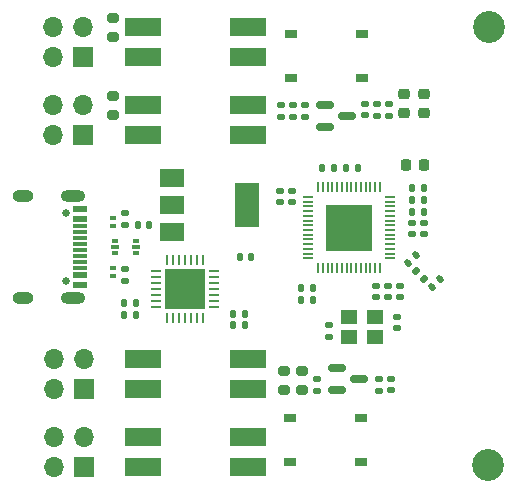
<source format=gts>
%TF.GenerationSoftware,KiCad,Pcbnew,7.0.7*%
%TF.CreationDate,2024-01-20T15:39:31+01:00*%
%TF.ProjectId,esp-atx-power,6573702d-6174-4782-9d70-6f7765722e6b,1.0.0*%
%TF.SameCoordinates,PX6695f68PY7b6af88*%
%TF.FileFunction,Soldermask,Top*%
%TF.FilePolarity,Negative*%
%FSLAX46Y46*%
G04 Gerber Fmt 4.6, Leading zero omitted, Abs format (unit mm)*
G04 Created by KiCad (PCBNEW 7.0.7) date 2024-01-20 15:39:31*
%MOMM*%
%LPD*%
G01*
G04 APERTURE LIST*
G04 Aperture macros list*
%AMRoundRect*
0 Rectangle with rounded corners*
0 $1 Rounding radius*
0 $2 $3 $4 $5 $6 $7 $8 $9 X,Y pos of 4 corners*
0 Add a 4 corners polygon primitive as box body*
4,1,4,$2,$3,$4,$5,$6,$7,$8,$9,$2,$3,0*
0 Add four circle primitives for the rounded corners*
1,1,$1+$1,$2,$3*
1,1,$1+$1,$4,$5*
1,1,$1+$1,$6,$7*
1,1,$1+$1,$8,$9*
0 Add four rect primitives between the rounded corners*
20,1,$1+$1,$2,$3,$4,$5,0*
20,1,$1+$1,$4,$5,$6,$7,0*
20,1,$1+$1,$6,$7,$8,$9,0*
20,1,$1+$1,$8,$9,$2,$3,0*%
G04 Aperture macros list end*
%ADD10RoundRect,0.200000X-0.275000X0.200000X-0.275000X-0.200000X0.275000X-0.200000X0.275000X0.200000X0*%
%ADD11RoundRect,0.135000X-0.185000X0.135000X-0.185000X-0.135000X0.185000X-0.135000X0.185000X0.135000X0*%
%ADD12RoundRect,0.062500X-0.337500X-0.062500X0.337500X-0.062500X0.337500X0.062500X-0.337500X0.062500X0*%
%ADD13RoundRect,0.062500X-0.062500X-0.337500X0.062500X-0.337500X0.062500X0.337500X-0.062500X0.337500X0*%
%ADD14R,3.350000X3.350000*%
%ADD15RoundRect,0.140000X0.021213X-0.219203X0.219203X-0.021213X-0.021213X0.219203X-0.219203X0.021213X0*%
%ADD16RoundRect,0.050000X0.350000X0.050000X-0.350000X0.050000X-0.350000X-0.050000X0.350000X-0.050000X0*%
%ADD17RoundRect,0.050000X0.050000X0.350000X-0.050000X0.350000X-0.050000X-0.350000X0.050000X-0.350000X0*%
%ADD18R,4.000000X4.000000*%
%ADD19R,2.000000X1.500000*%
%ADD20R,2.000000X3.800000*%
%ADD21R,1.000000X0.750000*%
%ADD22RoundRect,0.135000X-0.135000X-0.185000X0.135000X-0.185000X0.135000X0.185000X-0.135000X0.185000X0*%
%ADD23RoundRect,0.140000X0.140000X0.170000X-0.140000X0.170000X-0.140000X-0.170000X0.140000X-0.170000X0*%
%ADD24R,0.500000X0.300000*%
%ADD25RoundRect,0.147500X0.172500X-0.147500X0.172500X0.147500X-0.172500X0.147500X-0.172500X-0.147500X0*%
%ADD26RoundRect,0.135000X0.135000X0.185000X-0.135000X0.185000X-0.135000X-0.185000X0.135000X-0.185000X0*%
%ADD27R,3.100000X1.600000*%
%ADD28C,2.700000*%
%ADD29RoundRect,0.147500X-0.226274X-0.017678X-0.017678X-0.226274X0.226274X0.017678X0.017678X0.226274X0*%
%ADD30RoundRect,0.135000X0.185000X-0.135000X0.185000X0.135000X-0.185000X0.135000X-0.185000X-0.135000X0*%
%ADD31RoundRect,0.218750X-0.256250X0.218750X-0.256250X-0.218750X0.256250X-0.218750X0.256250X0.218750X0*%
%ADD32R,1.700000X1.700000*%
%ADD33O,1.700000X1.700000*%
%ADD34RoundRect,0.140000X0.170000X-0.140000X0.170000X0.140000X-0.170000X0.140000X-0.170000X-0.140000X0*%
%ADD35C,0.650000*%
%ADD36R,1.240000X0.600000*%
%ADD37R,1.240000X0.300000*%
%ADD38O,2.100000X1.000000*%
%ADD39O,1.800000X1.000000*%
%ADD40RoundRect,0.140000X-0.170000X0.140000X-0.170000X-0.140000X0.170000X-0.140000X0.170000X0.140000X0*%
%ADD41RoundRect,0.140000X-0.140000X-0.170000X0.140000X-0.170000X0.140000X0.170000X-0.140000X0.170000X0*%
%ADD42RoundRect,0.150000X-0.587500X-0.150000X0.587500X-0.150000X0.587500X0.150000X-0.587500X0.150000X0*%
%ADD43RoundRect,0.225000X0.225000X0.250000X-0.225000X0.250000X-0.225000X-0.250000X0.225000X-0.250000X0*%
%ADD44R,1.400000X1.200000*%
%ADD45R,0.500000X0.375000*%
%ADD46R,0.650000X0.300000*%
G04 APERTURE END LIST*
D10*
%TO.C,R104*%
X10287000Y34099000D03*
X10287000Y32449000D03*
%TD*%
D11*
%TO.C,R105*%
X24511000Y33278500D03*
X24511000Y32258500D03*
%TD*%
D12*
%TO.C,U104*%
X13893000Y19216500D03*
X13893000Y18716500D03*
X13893000Y18216500D03*
X13893000Y17716500D03*
X13893000Y17216500D03*
X13893000Y16716500D03*
X13893000Y16216500D03*
D13*
X14843000Y15266500D03*
X15343000Y15266500D03*
X15843000Y15266500D03*
X16343000Y15266500D03*
X16843000Y15266500D03*
X17343000Y15266500D03*
X17843000Y15266500D03*
D12*
X18793000Y16216500D03*
X18793000Y16716500D03*
X18793000Y17216500D03*
X18793000Y17716500D03*
X18793000Y18216500D03*
X18793000Y18716500D03*
X18793000Y19216500D03*
D13*
X17843000Y20166500D03*
X17343000Y20166500D03*
X16843000Y20166500D03*
X16343000Y20166500D03*
X15843000Y20166500D03*
X15343000Y20166500D03*
X14843000Y20166500D03*
D14*
X16343000Y17716500D03*
%TD*%
D15*
%TO.C,C216*%
X35231589Y19943589D03*
X35910411Y20622411D03*
%TD*%
D16*
%TO.C,U201*%
X33676000Y20320000D03*
X33676000Y20720000D03*
X33676000Y21120000D03*
X33676000Y21520000D03*
X33676000Y21920000D03*
X33676000Y22320000D03*
X33676000Y22720000D03*
X33676000Y23120000D03*
X33676000Y23520000D03*
X33676000Y23920000D03*
X33676000Y24320000D03*
X33676000Y24720000D03*
X33676000Y25120000D03*
X33676000Y25520000D03*
D17*
X32826000Y26370000D03*
X32426000Y26370000D03*
X32026000Y26370000D03*
X31626000Y26370000D03*
X31226000Y26370000D03*
X30826000Y26370000D03*
X30426000Y26370000D03*
X30026000Y26370000D03*
X29626000Y26370000D03*
X29226000Y26370000D03*
X28826000Y26370000D03*
X28426000Y26370000D03*
X28026000Y26370000D03*
X27626000Y26370000D03*
D16*
X26776000Y25520000D03*
X26776000Y25120000D03*
X26776000Y24720000D03*
X26776000Y24320000D03*
X26776000Y23920000D03*
X26776000Y23520000D03*
X26776000Y23120000D03*
X26776000Y22720000D03*
X26776000Y22320000D03*
X26776000Y21920000D03*
X26776000Y21520000D03*
X26776000Y21120000D03*
X26776000Y20720000D03*
X26776000Y20320000D03*
D17*
X27626000Y19470000D03*
X28026000Y19470000D03*
X28426000Y19470000D03*
X28826000Y19470000D03*
X29226000Y19470000D03*
X29626000Y19470000D03*
X30026000Y19470000D03*
X30426000Y19470000D03*
X30826000Y19470000D03*
X31226000Y19470000D03*
X31626000Y19470000D03*
X32026000Y19470000D03*
X32426000Y19470000D03*
X32826000Y19470000D03*
D18*
X30226000Y22920000D03*
%TD*%
D19*
%TO.C,U102*%
X15265000Y27128500D03*
X15265000Y24828500D03*
D20*
X21565000Y24828500D03*
D19*
X15265000Y22528500D03*
%TD*%
D21*
%TO.C,SW102*%
X31321000Y35590000D03*
X25321000Y35590000D03*
X31321000Y39340000D03*
X25321000Y39340000D03*
%TD*%
D22*
%TO.C,R113*%
X20445000Y14668500D03*
X21465000Y14668500D03*
%TD*%
D21*
%TO.C,SW101*%
X25273000Y6828000D03*
X31273000Y6828000D03*
X25273000Y3078000D03*
X31273000Y3078000D03*
%TD*%
D23*
%TO.C,C108*%
X12164000Y16510000D03*
X11204000Y16510000D03*
%TD*%
D24*
%TO.C,D101*%
X10287000Y23718000D03*
X10287000Y23018000D03*
%TD*%
D25*
%TO.C,L201*%
X36576000Y22375000D03*
X36576000Y23345000D03*
%TD*%
D26*
%TO.C,R201*%
X27180000Y16764000D03*
X26160000Y16764000D03*
%TD*%
D27*
%TO.C,K104*%
X12827000Y39878000D03*
X12827000Y37338000D03*
X21717000Y37338000D03*
X21717000Y39878000D03*
%TD*%
D10*
%TO.C,R106*%
X10287000Y40703000D03*
X10287000Y39053000D03*
%TD*%
%TO.C,R101*%
X24765000Y10793000D03*
X24765000Y9143000D03*
%TD*%
D23*
%TO.C,C204*%
X36548000Y26289000D03*
X35588000Y26289000D03*
%TD*%
D28*
%TO.C,MH102*%
X42037000Y2794000D03*
%TD*%
D29*
%TO.C,L202*%
X35928053Y19280947D03*
X36613947Y18595053D03*
%TD*%
D30*
%TO.C,R109*%
X26543000Y32256000D03*
X26543000Y33276000D03*
%TD*%
D31*
%TO.C,D103*%
X34925000Y34214000D03*
X34925000Y32639000D03*
%TD*%
D28*
%TO.C,MH101*%
X42051000Y39878000D03*
%TD*%
D32*
%TO.C,J104*%
X7747000Y37338000D03*
D33*
X5207000Y37338000D03*
X7747000Y39878000D03*
X5207000Y39878000D03*
%TD*%
D34*
%TO.C,C215*%
X28531000Y13683000D03*
X28531000Y14643000D03*
%TD*%
D27*
%TO.C,K101*%
X21717000Y2667000D03*
X21717000Y5207000D03*
X12827000Y5207000D03*
X12827000Y2667000D03*
%TD*%
D30*
%TO.C,R111*%
X11303000Y18413000D03*
X11303000Y19433000D03*
%TD*%
D32*
%TO.C,J103*%
X7747000Y30734000D03*
D33*
X5207000Y30734000D03*
X7747000Y33274000D03*
X5207000Y33274000D03*
%TD*%
D35*
%TO.C,J105*%
X6302000Y24162500D03*
X6302000Y18382500D03*
D36*
X7422000Y24472500D03*
X7422000Y23672500D03*
D37*
X7422000Y22522500D03*
X7422000Y21522500D03*
X7422000Y21022500D03*
X7422000Y20022500D03*
D36*
X7422000Y18872500D03*
X7422000Y18072500D03*
X7422000Y18072500D03*
X7422000Y18872500D03*
D37*
X7422000Y19522500D03*
X7422000Y20522500D03*
X7422000Y22022500D03*
X7422000Y23022500D03*
D36*
X7422000Y23672500D03*
X7422000Y24472500D03*
D38*
X6822000Y25592500D03*
D39*
X2622000Y25592500D03*
D38*
X6822000Y16952500D03*
D39*
X2622000Y16952500D03*
%TD*%
D23*
%TO.C,C104*%
X21957000Y20447000D03*
X20997000Y20447000D03*
%TD*%
D40*
%TO.C,C214*%
X34331000Y15367000D03*
X34331000Y14407000D03*
%TD*%
D27*
%TO.C,K102*%
X21717000Y9271000D03*
X21717000Y11811000D03*
X12827000Y11811000D03*
X12827000Y9271000D03*
%TD*%
D31*
%TO.C,D104*%
X36576000Y34214000D03*
X36576000Y32639000D03*
%TD*%
D24*
%TO.C,D102*%
X10287000Y18827000D03*
X10287000Y19527000D03*
%TD*%
D40*
%TO.C,C105*%
X33782000Y10097000D03*
X33782000Y9137000D03*
%TD*%
D41*
%TO.C,C206*%
X26190000Y17780000D03*
X27150000Y17780000D03*
%TD*%
D34*
%TO.C,C210*%
X32512000Y17046000D03*
X32512000Y18006000D03*
%TD*%
D42*
%TO.C,Q101*%
X29210000Y11045000D03*
X29210000Y9145000D03*
X31085000Y10095000D03*
%TD*%
D40*
%TO.C,C201*%
X35560000Y23340000D03*
X35560000Y22380000D03*
%TD*%
D11*
%TO.C,R114*%
X33655000Y33403000D03*
X33655000Y32383000D03*
%TD*%
%TO.C,R110*%
X11303000Y24132000D03*
X11303000Y23112000D03*
%TD*%
D41*
%TO.C,C202*%
X35588000Y24257000D03*
X36548000Y24257000D03*
%TD*%
D43*
%TO.C,C205*%
X36589000Y28194000D03*
X35039000Y28194000D03*
%TD*%
D30*
%TO.C,R108*%
X27559000Y9077000D03*
X27559000Y10097000D03*
%TD*%
D32*
%TO.C,J101*%
X7809000Y2662000D03*
D33*
X5269000Y2662000D03*
X7809000Y5202000D03*
X5269000Y5202000D03*
%TD*%
D41*
%TO.C,C203*%
X35588000Y25273000D03*
X36548000Y25273000D03*
%TD*%
D23*
%TO.C,C103*%
X13307000Y23114000D03*
X12347000Y23114000D03*
%TD*%
D15*
%TO.C,C217*%
X37261589Y17903589D03*
X37940411Y18582411D03*
%TD*%
D34*
%TO.C,C212*%
X25431000Y25075000D03*
X25431000Y26035000D03*
%TD*%
D11*
%TO.C,R103*%
X32766000Y10097000D03*
X32766000Y9077000D03*
%TD*%
D44*
%TO.C,Y201*%
X32469000Y15363000D03*
X30269000Y15363000D03*
X30269000Y13663000D03*
X32469000Y13663000D03*
%TD*%
D23*
%TO.C,C107*%
X12164000Y15494000D03*
X11204000Y15494000D03*
%TD*%
D45*
%TO.C,U103*%
X10453000Y21810000D03*
D46*
X10378000Y21272500D03*
D45*
X10453000Y20735000D03*
X12153000Y20735000D03*
D46*
X12228000Y21272500D03*
D45*
X12153000Y21810000D03*
%TD*%
D41*
%TO.C,C207*%
X30000000Y27940000D03*
X30960000Y27940000D03*
%TD*%
D11*
%TO.C,R115*%
X32639000Y33403000D03*
X32639000Y32383000D03*
%TD*%
%TO.C,R107*%
X25527000Y33276000D03*
X25527000Y32256000D03*
%TD*%
D32*
%TO.C,J102*%
X7809000Y9266000D03*
D33*
X5269000Y9266000D03*
X7809000Y11806000D03*
X5269000Y11806000D03*
%TD*%
D42*
%TO.C,Q102*%
X28194000Y33335000D03*
X28194000Y31435000D03*
X30069000Y32385000D03*
%TD*%
D23*
%TO.C,C208*%
X28928000Y27940000D03*
X27968000Y27940000D03*
%TD*%
D40*
%TO.C,C213*%
X24384000Y26035000D03*
X24384000Y25075000D03*
%TD*%
D34*
%TO.C,C211*%
X33528000Y17046000D03*
X33528000Y18006000D03*
%TD*%
%TO.C,C209*%
X34544000Y17046000D03*
X34544000Y18006000D03*
%TD*%
D10*
%TO.C,R102*%
X26289000Y10793000D03*
X26289000Y9143000D03*
%TD*%
D22*
%TO.C,R112*%
X20445000Y15621000D03*
X21465000Y15621000D03*
%TD*%
D34*
%TO.C,C106*%
X31623000Y32413000D03*
X31623000Y33373000D03*
%TD*%
D27*
%TO.C,K103*%
X12827000Y33274000D03*
X12827000Y30734000D03*
X21717000Y30734000D03*
X21717000Y33274000D03*
%TD*%
M02*

</source>
